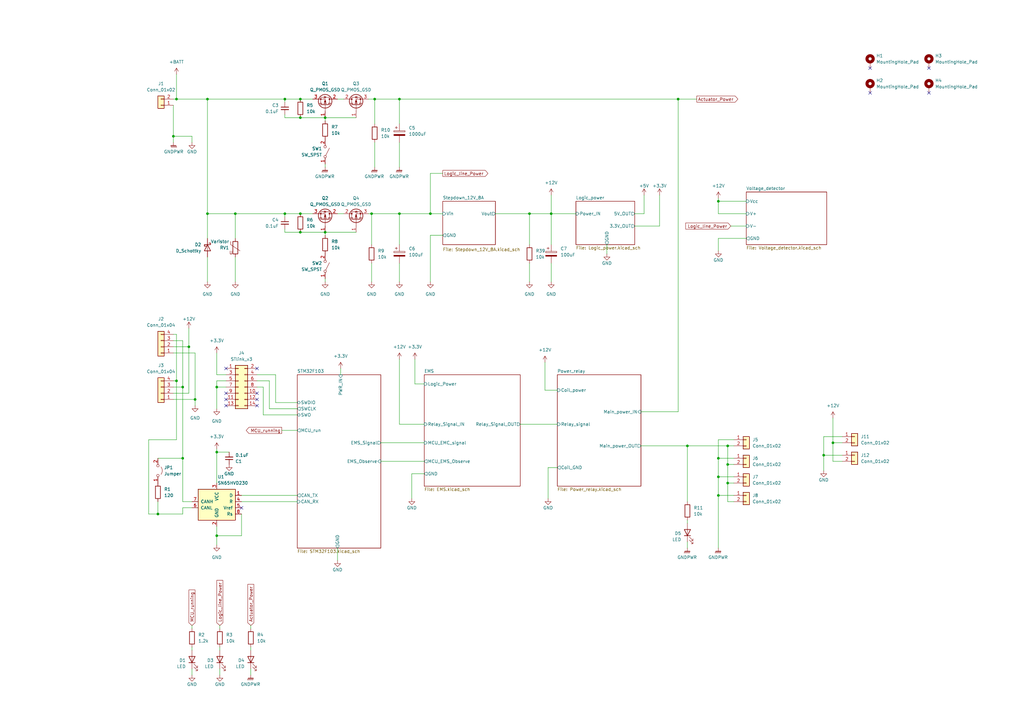
<source format=kicad_sch>
(kicad_sch (version 20230121) (generator eeschema)
  (paper "A3")
  (lib_symbols
    (symbol "Connector_Generic:Conn_01x02" (pin_names (offset 1.016) hide)
      (property "Reference" "J" (at 0 2.54 0))
      (property "Value" "Conn_01x02" (at 0 -5.08 0))
      (symbol "Conn_01x02_1_1"
        (rectangle (start -1.27 -2.413) (end 0 -2.667) (stroke (width 0.1524)))
        (rectangle (start -1.27 0.127) (end 0 -0.127) (stroke (width 0.1524)))
        (rectangle (start -1.27 1.27) (end 1.27 -3.81) (stroke (width 0.254)) (fill (type background)))
        (pin passive line (at -5.08 0 0) (length 3.81) (name "Pin_1") (number "1"))
        (pin passive line (at -5.08 -2.54 0) (length 3.81) (name "Pin_2") (number "2"))
      )
    )
    (symbol "Connector_Generic:Conn_01x04" (pin_names (offset 1.016) hide)
      (property "Reference" "J" (at 0 5.08 0))
      (property "Value" "Conn_01x04" (at 0 -7.62 0))
      (symbol "Conn_01x04_1_1"
        (rectangle (start -1.27 -4.953) (end 0 -5.207) (stroke (width 0.1524)))
        (rectangle (start -1.27 -2.413) (end 0 -2.667) (stroke (width 0.1524)))
        (rectangle (start -1.27 0.127) (end 0 -0.127) (stroke (width 0.1524)))
        (rectangle (start -1.27 2.667) (end 0 2.413) (stroke (width 0.1524)))
        (rectangle (start -1.27 3.81) (end 1.27 -6.35) (stroke (width 0.254)) (fill (type background)))
        (pin passive line (at -5.08 2.54 0) (length 3.81) (name "Pin_1") (number "1"))
        (pin passive line (at -5.08 0 0) (length 3.81) (name "Pin_2") (number "2"))
        (pin passive line (at -5.08 -2.54 0) (length 3.81) (name "Pin_3") (number "3"))
        (pin passive line (at -5.08 -5.08 0) (length 3.81) (name "Pin_4") (number "4"))
      )
    )
    (symbol "Connector_Generic:Conn_02x07_Odd_Even" (pin_names (offset 1.016) hide)
      (property "Reference" "J" (at 1.27 10.16 0))
      (property "Value" "Conn_02x07_Odd_Even" (at 1.27 -10.16 0))
      (symbol "Conn_02x07_Odd_Even_1_1"
        (rectangle (start -1.27 -7.493) (end 0 -7.747) (stroke (width 0.1524)))
        (rectangle (start -1.27 -4.953) (end 0 -5.207) (stroke (width 0.1524)))
        (rectangle (start -1.27 -2.413) (end 0 -2.667) (stroke (width 0.1524)))
        (rectangle (start -1.27 0.127) (end 0 -0.127) (stroke (width 0.1524)))
        (rectangle (start -1.27 2.667) (end 0 2.413) (stroke (width 0.1524)))
        (rectangle (start -1.27 5.207) (end 0 4.953) (stroke (width 0.1524)))
        (rectangle (start -1.27 7.747) (end 0 7.493) (stroke (width 0.1524)))
        (rectangle (start -1.27 8.89) (end 3.81 -8.89) (stroke (width 0.254)) (fill (type background)))
        (rectangle (start 3.81 -7.493) (end 2.54 -7.747) (stroke (width 0.1524)))
        (rectangle (start 3.81 -4.953) (end 2.54 -5.207) (stroke (width 0.1524)))
        (rectangle (start 3.81 -2.413) (end 2.54 -2.667) (stroke (width 0.1524)))
        (rectangle (start 3.81 0.127) (end 2.54 -0.127) (stroke (width 0.1524)))
        (rectangle (start 3.81 2.667) (end 2.54 2.413) (stroke (width 0.1524)))
        (rectangle (start 3.81 5.207) (end 2.54 4.953) (stroke (width 0.1524)))
        (rectangle (start 3.81 7.747) (end 2.54 7.493) (stroke (width 0.1524)))
        (pin passive line (at -5.08 7.62 0) (length 3.81) (name "Pin_1") (number "1"))
        (pin passive line (at 7.62 -2.54 180) (length 3.81) (name "Pin_10") (number "10"))
        (pin passive line (at -5.08 -5.08 0) (length 3.81) (name "Pin_11") (number "11"))
        (pin passive line (at 7.62 -5.08 180) (length 3.81) (name "Pin_12") (number "12"))
        (pin passive line (at -5.08 -7.62 0) (length 3.81) (name "Pin_13") (number "13"))
        (pin passive line (at 7.62 -7.62 180) (length 3.81) (name "Pin_14") (number "14"))
        (pin passive line (at 7.62 7.62 180) (length 3.81) (name "Pin_2") (number "2"))
        (pin passive line (at -5.08 5.08 0) (length 3.81) (name "Pin_3") (number "3"))
        (pin passive line (at 7.62 5.08 180) (length 3.81) (name "Pin_4") (number "4"))
        (pin passive line (at -5.08 2.54 0) (length 3.81) (name "Pin_5") (number "5"))
        (pin passive line (at 7.62 2.54 180) (length 3.81) (name "Pin_6") (number "6"))
        (pin passive line (at -5.08 0 0) (length 3.81) (name "Pin_7") (number "7"))
        (pin passive line (at 7.62 0 180) (length 3.81) (name "Pin_8") (number "8"))
        (pin passive line (at -5.08 -2.54 0) (length 3.81) (name "Pin_9") (number "9"))
      )
    )
    (symbol "Device:C_Polarized" (pin_numbers hide) (pin_names (offset 0.254))
      (property "Reference" "C" (at 0.635 2.54 0))
      (property "Value" "C_Polarized" (at 0.635 -2.54 0))
      (symbol "C_Polarized_0_1"
        (rectangle (start -2.286 0.508) (end 2.286 1.016))
        (polyline (pts (xy -1.778 2.286) (xy -0.762 2.286)))
        (polyline (pts (xy -1.27 2.794) (xy -1.27 1.778)))
        (rectangle (start 2.286 -0.508) (end -2.286 -1.016) (fill (type outline)))
      )
      (symbol "C_Polarized_1_1"
        (pin passive line (at 0 3.81 270) (length 2.794) (name "~") (number "1"))
        (pin passive line (at 0 -3.81 90) (length 2.794) (name "~") (number "2"))
      )
    )
    (symbol "Device:C_Small" (pin_numbers hide) (pin_names (offset 0.254) hide)
      (property "Reference" "C" (at 0.254 1.778 0))
      (property "Value" "C_Small" (at 0.254 -2.032 0))
      (symbol "C_Small_0_1"
        (polyline (pts (xy -1.524 -0.508) (xy 1.524 -0.508)) (stroke (width 0.3302)))
        (polyline (pts (xy -1.524 0.508) (xy 1.524 0.508)) (stroke (width 0.3048)))
      )
      (symbol "C_Small_1_1"
        (pin passive line (at 0 2.54 270) (length 2.032) (name "~") (number "1"))
        (pin passive line (at 0 -2.54 90) (length 2.032) (name "~") (number "2"))
      )
    )
    (symbol "Device:D_Schottky" (pin_numbers hide) (pin_names (offset 1.016) hide)
      (property "Reference" "D" (at 0 2.54 0))
      (property "Value" "D_Schottky" (at 0 -2.54 0))
      (symbol "D_Schottky_0_1"
        (polyline (pts (xy 1.27 0) (xy -1.27 0)))
        (polyline (pts (xy 1.27 1.27) (xy 1.27 -1.27) (xy -1.27 0) (xy 1.27 1.27)) (stroke (width 0.254)))
        (polyline (pts (xy -1.905 0.635) (xy -1.905 1.27) (xy -1.27 1.27) (xy -1.27 -1.27) (xy -0.635 -1.27) (xy -0.635 -0.635)) (stroke (width 0.254)))
      )
      (symbol "D_Schottky_1_1"
        (pin passive line (at -3.81 0 0) (length 2.54) (name "K") (number "1"))
        (pin passive line (at 3.81 0 180) (length 2.54) (name "A") (number "2"))
      )
    )
    (symbol "Device:LED" (pin_numbers hide) (pin_names (offset 1.016) hide)
      (property "Reference" "D" (at 0 2.54 0))
      (property "Value" "LED" (at 0 -2.54 0))
      (symbol "LED_0_1"
        (polyline (pts (xy -1.27 -1.27) (xy -1.27 1.27)) (stroke (width 0.254)))
        (polyline (pts (xy -1.27 0) (xy 1.27 0)))
        (polyline (pts (xy 1.27 -1.27) (xy 1.27 1.27) (xy -1.27 0) (xy 1.27 -1.27)) (stroke (width 0.254)))
        (polyline (pts (xy -3.048 -0.762) (xy -4.572 -2.286) (xy -3.81 -2.286) (xy -4.572 -2.286) (xy -4.572 -1.524)))
        (polyline (pts (xy -1.778 -0.762) (xy -3.302 -2.286) (xy -2.54 -2.286) (xy -3.302 -2.286) (xy -3.302 -1.524)))
      )
      (symbol "LED_1_1"
        (pin passive line (at -3.81 0 0) (length 2.54) (name "K") (number "1"))
        (pin passive line (at 3.81 0 180) (length 2.54) (name "A") (number "2"))
      )
    )
    (symbol "Device:Q_PMOS_GDS" (pin_names (offset 0) hide)
      (property "Reference" "Q" (at 5.08 1.27 0))
      (property "Value" "Q_PMOS_GDS" (at 5.08 -1.27 0))
      (symbol "Q_PMOS_GDS_0_1"
        (polyline (pts (xy 0.254 0) (xy -2.54 0)))
        (polyline (pts (xy 0.254 1.905) (xy 0.254 -1.905)) (stroke (width 0.254)))
        (polyline (pts (xy 0.762 -1.27) (xy 0.762 -2.286)) (stroke (width 0.254)))
        (polyline (pts (xy 0.762 0.508) (xy 0.762 -0.508)) (stroke (width 0.254)))
        (polyline (pts (xy 0.762 2.286) (xy 0.762 1.27)) (stroke (width 0.254)))
        (polyline (pts (xy 2.54 2.54) (xy 2.54 1.778)))
        (polyline (pts (xy 2.54 -2.54) (xy 2.54 0) (xy 0.762 0)))
        (polyline (pts (xy 0.762 1.778) (xy 3.302 1.778) (xy 3.302 -1.778) (xy 0.762 -1.778)))
        (polyline (pts (xy 2.286 0) (xy 1.27 0.381) (xy 1.27 -0.381) (xy 2.286 0)) (fill (type outline)))
        (polyline (pts (xy 2.794 -0.508) (xy 2.921 -0.381) (xy 3.683 -0.381) (xy 3.81 -0.254)))
        (polyline (pts (xy 3.302 -0.381) (xy 2.921 0.254) (xy 3.683 0.254) (xy 3.302 -0.381)))
        (circle (center 1.651 0) (radius 2.794) (stroke (width 0.254)))
        (circle (center 2.54 -1.778) (radius 0.254) (fill (type outline)))
        (circle (center 2.54 1.778) (radius 0.254) (fill (type outline)))
      )
      (symbol "Q_PMOS_GDS_1_1"
        (pin input line (at -5.08 0 0) (length 2.54) (name "G") (number "1"))
        (pin passive line (at 2.54 5.08 270) (length 2.54) (name "D") (number "2"))
        (pin passive line (at 2.54 -5.08 90) (length 2.54) (name "S") (number "3"))
      )
    )
    (symbol "Device:R" (pin_numbers hide) (pin_names (offset 0))
      (property "Reference" "R" (at 2.032 0 90))
      (property "Value" "R" (at 0 0 90))
      (symbol "R_0_1"
        (rectangle (start -1.016 -2.54) (end 1.016 2.54) (stroke (width 0.254)))
      )
      (symbol "R_1_1"
        (pin passive line (at 0 3.81 270) (length 1.27) (name "~") (number "1"))
        (pin passive line (at 0 -3.81 90) (length 1.27) (name "~") (number "2"))
      )
    )
    (symbol "Device:Varistor" (pin_numbers hide) (pin_names (offset 0))
      (property "Reference" "RV" (at 3.175 0 90))
      (property "Value" "Varistor" (at -3.175 0 90))
      (symbol "Varistor_0_0"
        (text "U" (at -1.778 -2.032 0) (effects (font (size 1.27 1.27))))
      )
      (symbol "Varistor_0_1"
        (rectangle (start -1.016 -2.54) (end 1.016 2.54) (stroke (width 0.254)))
        (polyline (pts (xy -1.905 2.54) (xy -1.905 1.27) (xy 1.905 -1.27)))
      )
      (symbol "Varistor_1_1"
        (pin passive line (at 0 3.81 270) (length 1.27) (name "~") (number "1"))
        (pin passive line (at 0 -3.81 90) (length 1.27) (name "~") (number "2"))
      )
    )
    (symbol "Interface_CAN_LIN:SN65HVD230" (pin_names (offset 1.016))
      (property "Reference" "U" (at -2.54 10.16 0))
      (property "Value" "SN65HVD230" (at -2.54 7.62 0))
      (symbol "SN65HVD230_0_1"
        (rectangle (start -7.62 5.08) (end 7.62 -7.62) (stroke (width 0.254)) (fill (type background)))
      )
      (symbol "SN65HVD230_1_1"
        (pin input line (at -10.16 2.54 0) (length 2.54) (name "D") (number "1"))
        (pin power_in line (at 0 -10.16 90) (length 2.54) (name "GND") (number "2"))
        (pin power_in line (at 0 7.62 270) (length 2.54) (name "VCC") (number "3"))
        (pin output line (at -10.16 0 0) (length 2.54) (name "R") (number "4"))
        (pin output line (at -10.16 -2.54 0) (length 2.54) (name "Vref") (number "5"))
        (pin bidirectional line (at 10.16 -2.54 180) (length 2.54) (name "CANL") (number "6"))
        (pin bidirectional line (at 10.16 0 180) (length 2.54) (name "CANH") (number "7"))
        (pin input line (at -10.16 -5.08 0) (length 2.54) (name "Rs") (number "8"))
      )
    )
    (symbol "Jumper:Jumper_2_Open" (pin_names (offset 0) hide)
      (property "Reference" "JP" (at 0 2.794 0))
      (property "Value" "Jumper_2_Open" (at 0 -2.286 0))
      (symbol "Jumper_2_Open_0_0"
        (circle (center -2.032 0) (radius 0.508))
        (circle (center 2.032 0) (radius 0.508))
      )
      (symbol "Jumper_2_Open_0_1"
        (arc (start 1.524 1.27) (mid 0 1.778) (end -1.524 1.27))
      )
      (symbol "Jumper_2_Open_1_1"
        (pin passive line (at -5.08 0 0) (length 2.54) (name "A") (number "1"))
        (pin passive line (at 5.08 0 180) (length 2.54) (name "B") (number "2"))
      )
    )
    (symbol "Mechanical:MountingHole_Pad" (pin_numbers hide) (pin_names (offset 1.016) hide)
      (property "Reference" "H" (at 0 6.35 0))
      (property "Value" "MountingHole_Pad" (at 0 4.445 0))
      (symbol "MountingHole_Pad_0_1"
        (circle (center 0 1.27) (radius 1.27) (stroke (width 1.27)))
      )
      (symbol "MountingHole_Pad_1_1"
        (pin input line (at 0 -2.54 90) (length 2.54) (name "1") (number "1"))
      )
    )
    (symbol "Switch:SW_SPST" (pin_names (offset 0) hide)
      (property "Reference" "SW" (at 0 3.175 0))
      (property "Value" "SW_SPST" (at 0 -2.54 0))
      (symbol "SW_SPST_0_0"
        (circle (center -2.032 0) (radius 0.508))
        (polyline (pts (xy -1.524 0.254) (xy 1.524 1.778)))
        (circle (center 2.032 0) (radius 0.508))
      )
      (symbol "SW_SPST_1_1"
        (pin passive line (at -5.08 0 0) (length 2.54) (name "A") (number "1"))
        (pin passive line (at 5.08 0 180) (length 2.54) (name "B") (number "2"))
      )
    )
    (symbol "power:+12V" (power) (pin_names (offset 0))
      (property "Value" "+12V" (at 0 3.556 0))
      (symbol "+12V_0_1"
        (polyline (pts (xy -0.762 1.27) (xy 0 2.54)))
        (polyline (pts (xy 0 0) (xy 0 2.54)))
        (polyline (pts (xy 0 2.54) (xy 0.762 1.27)))
      )
      (symbol "+12V_1_1"
        (pin power_in line (at 0 0 90) (length 0) hide (name "+12V") (number "1"))
      )
    )
    (symbol "power:+3.3V" (power) (pin_names (offset 0))
      (property "Value" "+3.3V" (at 0 3.556 0))
      (symbol "+3.3V_0_1"
        (polyline (pts (xy -0.762 1.27) (xy 0 2.54)))
        (polyline (pts (xy 0 0) (xy 0 2.54)))
        (polyline (pts (xy 0 2.54) (xy 0.762 1.27)))
      )
      (symbol "+3.3V_1_1"
        (pin power_in line (at 0 0 90) (length 0) hide (name "+3.3V") (number "1"))
      )
    )
    (symbol "power:+5V" (power) (pin_names (offset 0))
      (property "Value" "+5V" (at 0 3.556 0))
      (symbol "+5V_0_1"
        (polyline (pts (xy -0.762 1.27) (xy 0 2.54)))
        (polyline (pts (xy 0 0) (xy 0 2.54)))
        (polyline (pts (xy 0 2.54) (xy 0.762 1.27)))
      )
      (symbol "+5V_1_1"
        (pin power_in line (at 0 0 90) (length 0) hide (name "+5V") (number "1"))
      )
    )
    (symbol "power:+BATT" (power) (pin_names (offset 0))
      (property "Value" "+BATT" (at 0 3.556 0))
      (symbol "+BATT_0_1"
        (polyline (pts (xy -0.762 1.27) (xy 0 2.54)))
        (polyline (pts (xy 0 0) (xy 0 2.54)))
        (polyline (pts (xy 0 2.54) (xy 0.762 1.27)))
      )
      (symbol "+BATT_1_1"
        (pin power_in line (at 0 0 90) (length 0) hide (name "+BATT") (number "1"))
      )
    )
    (symbol "power:GND" (power) (pin_names (offset 0))
      (property "Value" "GND" (at 0 -3.81 0))
      (symbol "GND_0_1"
        (polyline (pts (xy 0 0) (xy 0 -1.27) (xy 1.27 -1.27) (xy 0 -2.54) (xy -1.27 -1.27) (xy 0 -1.27)))
      )
      (symbol "GND_1_1"
        (pin power_in line (at 0 0 270) (length 0) hide (name "GND") (number "1"))
      )
    )
    (symbol "power:GNDPWR" (power) (pin_names (offset 0))
      (property "Value" "GNDPWR" (at 0 -3.302 0))
      (symbol "GNDPWR_0_1"
        (polyline (pts (xy 0 -1.27) (xy 0 0)))
        (polyline (pts (xy -1.016 -1.27) (xy -1.27 -2.032) (xy -1.27 -2.032)) (stroke (width 0.2032)))
        (polyline (pts (xy -0.508 -1.27) (xy -0.762 -2.032) (xy -0.762 -2.032)) (stroke (width 0.2032)))
        (polyline (pts (xy 0 -1.27) (xy -0.254 -2.032) (xy -0.254 -2.032)) (stroke (width 0.2032)))
        (polyline (pts (xy 0.508 -1.27) (xy 0.254 -2.032) (xy 0.254 -2.032)) (stroke (width 0.2032)))
        (polyline (pts (xy 1.016 -1.27) (xy -1.016 -1.27) (xy -1.016 -1.27)) (stroke (width 0.2032)))
        (polyline (pts (xy 1.016 -1.27) (xy 0.762 -2.032) (xy 0.762 -2.032) (xy 0.762 -2.032)) (stroke (width 0.2032)))
      )
      (symbol "GNDPWR_1_1"
        (pin power_in line (at 0 0 270) (length 0) hide (name "GNDPWR") (number "1"))
      )
    )
  )
  (junction (at 123.19 95.25))
  (junction (at 153.67 40.64))
  (junction (at 72.39 156.21))
  (junction (at 123.19 87.63))
  (junction (at 281.94 182.88))
  (junction (at 133.35 48.26))
  (junction (at 80.01 163.83))
  (junction (at 226.06 87.63))
  (junction (at 163.83 87.63))
  (junction (at 152.4 87.63))
  (junction (at 341.63 181.61))
  (junction (at 176.53 87.63))
  (junction (at 123.19 40.64))
  (junction (at 74.93 158.75))
  (junction (at 85.09 87.63))
  (junction (at 88.9 185.42))
  (junction (at 96.52 87.63))
  (junction (at 71.12 55.88))
  (junction (at 74.93 187.96))
  (junction (at 217.17 87.63))
  (junction (at 298.45 182.88))
  (junction (at 116.84 40.64))
  (junction (at 298.45 190.5))
  (junction (at 72.39 40.64))
  (junction (at 294.64 82.55))
  (junction (at 294.64 195.58))
  (junction (at 88.9 219.71))
  (junction (at 123.19 48.26))
  (junction (at 116.84 87.63))
  (junction (at 77.47 142.24))
  (junction (at 337.82 186.69))
  (junction (at 298.45 198.12))
  (junction (at 133.35 95.25))
  (junction (at 88.9 158.75))
  (junction (at 294.64 203.2))
  (junction (at 163.83 40.64))
  (junction (at 294.64 187.96))
  (junction (at 85.09 40.64))
  (junction (at 64.77 210.82))
  (junction (at 278.13 40.64))
  (no_connect (at 92.71 151.13))
  (no_connect (at 99.06 208.28))
  (no_connect (at 105.41 161.29))
  (no_connect (at 92.71 166.37))
  (no_connect (at 105.41 151.13))
  (no_connect (at 92.71 161.29))
  (no_connect (at 356.87 38.1))
  (no_connect (at 381 27.94))
  (no_connect (at 381 38.1))
  (no_connect (at 92.71 163.83))
  (no_connect (at 105.41 163.83))
  (no_connect (at 356.87 27.94))
  (no_connect (at 105.41 166.37))
  (wire (pts (xy 116.84 48.26) (xy 123.19 48.26)))
  (wire (pts (xy 107.95 170.18) (xy 121.92 170.18)))
  (wire (pts (xy 133.35 48.26) (xy 146.05 48.26)))
  (wire (pts (xy 78.74 256.54) (xy 78.74 257.81)))
  (wire (pts (xy 337.82 179.07) (xy 345.44 179.07)))
  (wire (pts (xy 74.93 158.75) (xy 74.93 187.96)))
  (wire (pts (xy 281.94 182.88) (xy 281.94 205.74)))
  (wire (pts (xy 176.53 96.52) (xy 176.53 115.57)))
  (wire (pts (xy 60.96 180.34) (xy 72.39 180.34)))
  (wire (pts (xy 299.72 92.71) (xy 306.07 92.71)))
  (wire (pts (xy 99.06 210.82) (xy 99.06 219.71)))
  (wire (pts (xy 72.39 40.64) (xy 85.09 40.64)))
  (wire (pts (xy 64.77 210.82) (xy 74.93 210.82)))
  (wire (pts (xy 138.43 40.64) (xy 140.97 40.64)))
  (wire (pts (xy 133.35 114.3) (xy 133.35 115.57)))
  (wire (pts (xy 64.77 210.82) (xy 64.77 205.74)))
  (wire (pts (xy 294.64 81.28) (xy 294.64 82.55)))
  (wire (pts (xy 102.87 256.54) (xy 102.87 257.81)))
  (wire (pts (xy 294.64 195.58) (xy 300.99 195.58)))
  (wire (pts (xy 116.84 46.99) (xy 116.84 48.26)))
  (wire (pts (xy 99.06 203.2) (xy 121.92 203.2)))
  (wire (pts (xy 88.9 185.42) (xy 93.98 185.42)))
  (wire (pts (xy 71.12 142.24) (xy 77.47 142.24)))
  (wire (pts (xy 123.19 87.63) (xy 128.27 87.63)))
  (wire (pts (xy 163.83 40.64) (xy 278.13 40.64)))
  (wire (pts (xy 341.63 189.23) (xy 341.63 181.61)))
  (wire (pts (xy 107.95 158.75) (xy 107.95 170.18)))
  (wire (pts (xy 298.45 198.12) (xy 300.99 198.12)))
  (wire (pts (xy 341.63 181.61) (xy 345.44 181.61)))
  (wire (pts (xy 115.57 176.53) (xy 121.92 176.53)))
  (wire (pts (xy 72.39 30.48) (xy 72.39 40.64)))
  (wire (pts (xy 99.06 219.71) (xy 88.9 219.71)))
  (wire (pts (xy 77.47 142.24) (xy 77.47 161.29)))
  (wire (pts (xy 181.61 71.12) (xy 176.53 71.12)))
  (wire (pts (xy 78.74 274.32) (xy 78.74 276.86)))
  (wire (pts (xy 173.99 157.48) (xy 170.18 157.48)))
  (wire (pts (xy 71.12 43.18) (xy 71.12 55.88)))
  (wire (pts (xy 298.45 190.5) (xy 298.45 198.12)))
  (wire (pts (xy 294.64 97.79) (xy 294.64 102.87)))
  (wire (pts (xy 270.51 92.71) (xy 260.35 92.71)))
  (wire (pts (xy 138.43 87.63) (xy 140.97 87.63)))
  (wire (pts (xy 110.49 156.21) (xy 110.49 167.64)))
  (wire (pts (xy 294.64 187.96) (xy 294.64 195.58)))
  (wire (pts (xy 153.67 68.58) (xy 153.67 58.42)))
  (wire (pts (xy 74.93 187.96) (xy 64.77 187.96)))
  (wire (pts (xy 71.12 144.78) (xy 80.01 144.78)))
  (wire (pts (xy 102.87 274.32) (xy 102.87 276.86)))
  (wire (pts (xy 223.52 148.59) (xy 223.52 160.02)))
  (wire (pts (xy 176.53 87.63) (xy 181.61 87.63)))
  (wire (pts (xy 153.67 40.64) (xy 153.67 50.8)))
  (wire (pts (xy 226.06 80.01) (xy 226.06 87.63)))
  (wire (pts (xy 217.17 107.95) (xy 217.17 115.57)))
  (wire (pts (xy 228.6 191.77) (xy 224.79 191.77)))
  (wire (pts (xy 116.84 40.64) (xy 123.19 40.64)))
  (wire (pts (xy 298.45 198.12) (xy 298.45 205.74)))
  (wire (pts (xy 74.93 205.74) (xy 78.74 205.74)))
  (wire (pts (xy 78.74 265.43) (xy 78.74 266.7)))
  (wire (pts (xy 116.84 41.91) (xy 116.84 40.64)))
  (wire (pts (xy 85.09 87.63) (xy 96.52 87.63)))
  (wire (pts (xy 116.84 87.63) (xy 123.19 87.63)))
  (wire (pts (xy 85.09 40.64) (xy 116.84 40.64)))
  (wire (pts (xy 170.18 147.32) (xy 170.18 157.48)))
  (wire (pts (xy 173.99 194.31) (xy 168.91 194.31)))
  (wire (pts (xy 72.39 40.64) (xy 71.12 40.64)))
  (wire (pts (xy 294.64 87.63) (xy 306.07 87.63)))
  (wire (pts (xy 92.71 156.21) (xy 88.9 156.21)))
  (wire (pts (xy 72.39 156.21) (xy 71.12 156.21)))
  (wire (pts (xy 80.01 163.83) (xy 80.01 166.37)))
  (wire (pts (xy 123.19 40.64) (xy 128.27 40.64)))
  (wire (pts (xy 71.12 158.75) (xy 74.93 158.75)))
  (wire (pts (xy 116.84 88.9) (xy 116.84 87.63)))
  (wire (pts (xy 337.82 193.04) (xy 337.82 186.69)))
  (wire (pts (xy 152.4 100.33) (xy 152.4 87.63)))
  (wire (pts (xy 96.52 87.63) (xy 96.52 97.79)))
  (wire (pts (xy 116.84 95.25) (xy 123.19 95.25)))
  (wire (pts (xy 88.9 223.52) (xy 88.9 219.71)))
  (wire (pts (xy 96.52 87.63) (xy 116.84 87.63)))
  (wire (pts (xy 110.49 156.21) (xy 105.41 156.21)))
  (wire (pts (xy 294.64 203.2) (xy 300.99 203.2)))
  (wire (pts (xy 88.9 156.21) (xy 88.9 158.75)))
  (wire (pts (xy 163.83 107.95) (xy 163.83 115.57)))
  (wire (pts (xy 105.41 158.75) (xy 107.95 158.75)))
  (wire (pts (xy 163.83 87.63) (xy 176.53 87.63)))
  (wire (pts (xy 90.17 274.32) (xy 90.17 276.86)))
  (wire (pts (xy 71.12 58.42) (xy 71.12 55.88)))
  (wire (pts (xy 228.6 160.02) (xy 223.52 160.02)))
  (wire (pts (xy 152.4 107.95) (xy 152.4 115.57)))
  (wire (pts (xy 163.83 50.8) (xy 163.83 40.64)))
  (wire (pts (xy 85.09 97.79) (xy 85.09 87.63)))
  (wire (pts (xy 203.2 87.63) (xy 217.17 87.63)))
  (wire (pts (xy 102.87 265.43) (xy 102.87 266.7)))
  (wire (pts (xy 298.45 182.88) (xy 300.99 182.88)))
  (wire (pts (xy 138.43 224.79) (xy 138.43 229.87)))
  (wire (pts (xy 85.09 115.57) (xy 85.09 105.41)))
  (wire (pts (xy 133.35 48.26) (xy 133.35 49.53)))
  (wire (pts (xy 298.45 205.74) (xy 300.99 205.74)))
  (wire (pts (xy 300.99 180.34) (xy 294.64 180.34)))
  (wire (pts (xy 281.94 182.88) (xy 298.45 182.88)))
  (wire (pts (xy 281.94 213.36) (xy 281.94 214.63)))
  (wire (pts (xy 116.84 93.98) (xy 116.84 95.25)))
  (wire (pts (xy 285.75 40.64) (xy 278.13 40.64)))
  (wire (pts (xy 163.83 87.63) (xy 163.83 100.33)))
  (wire (pts (xy 298.45 190.5) (xy 300.99 190.5)))
  (wire (pts (xy 71.12 163.83) (xy 80.01 163.83)))
  (wire (pts (xy 113.03 165.1) (xy 113.03 153.67)))
  (wire (pts (xy 181.61 96.52) (xy 176.53 96.52)))
  (wire (pts (xy 71.12 137.16) (xy 72.39 137.16)))
  (wire (pts (xy 337.82 186.69) (xy 345.44 186.69)))
  (wire (pts (xy 90.17 256.54) (xy 90.17 257.81)))
  (wire (pts (xy 123.19 48.26) (xy 133.35 48.26)))
  (wire (pts (xy 163.83 147.32) (xy 163.83 173.99)))
  (wire (pts (xy 151.13 87.63) (xy 152.4 87.63)))
  (wire (pts (xy 90.17 265.43) (xy 90.17 266.7)))
  (wire (pts (xy 156.21 189.23) (xy 173.99 189.23)))
  (wire (pts (xy 156.21 181.61) (xy 173.99 181.61)))
  (wire (pts (xy 88.9 144.78) (xy 88.9 153.67)))
  (wire (pts (xy 341.63 171.45) (xy 341.63 181.61)))
  (wire (pts (xy 264.16 87.63) (xy 260.35 87.63)))
  (wire (pts (xy 151.13 40.64) (xy 153.67 40.64)))
  (wire (pts (xy 72.39 137.16) (xy 72.39 156.21)))
  (wire (pts (xy 85.09 87.63) (xy 85.09 40.64)))
  (wire (pts (xy 153.67 40.64) (xy 163.83 40.64)))
  (wire (pts (xy 88.9 215.9) (xy 88.9 219.71)))
  (wire (pts (xy 92.71 153.67) (xy 88.9 153.67)))
  (wire (pts (xy 133.35 95.25) (xy 146.05 95.25)))
  (wire (pts (xy 92.71 158.75) (xy 88.9 158.75)))
  (wire (pts (xy 278.13 40.64) (xy 278.13 168.91)))
  (wire (pts (xy 294.64 82.55) (xy 306.07 82.55)))
  (wire (pts (xy 294.64 180.34) (xy 294.64 187.96)))
  (wire (pts (xy 294.64 195.58) (xy 294.64 203.2)))
  (wire (pts (xy 294.64 203.2) (xy 294.64 224.79)))
  (wire (pts (xy 74.93 205.74) (xy 74.93 187.96)))
  (wire (pts (xy 123.19 95.25) (xy 133.35 95.25)))
  (wire (pts (xy 133.35 67.31) (xy 133.35 68.58)))
  (wire (pts (xy 294.64 82.55) (xy 294.64 87.63)))
  (wire (pts (xy 71.12 161.29) (xy 77.47 161.29)))
  (wire (pts (xy 113.03 153.67) (xy 105.41 153.67)))
  (wire (pts (xy 264.16 80.01) (xy 264.16 87.63)))
  (wire (pts (xy 64.77 210.82) (xy 60.96 210.82)))
  (wire (pts (xy 163.83 68.58) (xy 163.83 58.42)))
  (wire (pts (xy 74.93 139.7) (xy 74.93 158.75)))
  (wire (pts (xy 278.13 168.91) (xy 262.89 168.91)))
  (wire (pts (xy 99.06 205.74) (xy 121.92 205.74)))
  (wire (pts (xy 133.35 95.25) (xy 133.35 96.52)))
  (wire (pts (xy 139.7 151.13) (xy 139.7 153.67)))
  (wire (pts (xy 72.39 180.34) (xy 72.39 156.21)))
  (wire (pts (xy 281.94 222.25) (xy 281.94 224.79)))
  (wire (pts (xy 213.36 173.99) (xy 228.6 173.99)))
  (wire (pts (xy 88.9 158.75) (xy 88.9 167.64)))
  (wire (pts (xy 298.45 182.88) (xy 298.45 190.5)))
  (wire (pts (xy 88.9 185.42) (xy 88.9 198.12)))
  (wire (pts (xy 110.49 167.64) (xy 121.92 167.64)))
  (wire (pts (xy 270.51 80.01) (xy 270.51 92.71)))
  (wire (pts (xy 71.12 139.7) (xy 74.93 139.7)))
  (wire (pts (xy 226.06 87.63) (xy 226.06 100.33)))
  (wire (pts (xy 345.44 189.23) (xy 341.63 189.23)))
  (wire (pts (xy 217.17 87.63) (xy 226.06 87.63)))
  (wire (pts (xy 262.89 182.88) (xy 281.94 182.88)))
  (wire (pts (xy 88.9 184.15) (xy 88.9 185.42)))
  (wire (pts (xy 152.4 87.63) (xy 163.83 87.63)))
  (wire (pts (xy 226.06 87.63) (xy 236.22 87.63)))
  (wire (pts (xy 113.03 165.1) (xy 121.92 165.1)))
  (wire (pts (xy 294.64 187.96) (xy 300.99 187.96)))
  (wire (pts (xy 78.74 55.88) (xy 78.74 58.42)))
  (wire (pts (xy 80.01 144.78) (xy 80.01 163.83)))
  (wire (pts (xy 77.47 134.62) (xy 77.47 142.24)))
  (wire (pts (xy 60.96 210.82) (xy 60.96 180.34)))
  (wire (pts (xy 306.07 97.79) (xy 294.64 97.79)))
  (wire (pts (xy 217.17 87.63) (xy 217.17 100.33)))
  (wire (pts (xy 337.82 186.69) (xy 337.82 179.07)))
  (wire (pts (xy 71.12 55.88) (xy 78.74 55.88)))
  (wire (pts (xy 96.52 105.41) (xy 96.52 115.57)))
  (wire (pts (xy 168.91 194.31) (xy 168.91 204.47)))
  (wire (pts (xy 74.93 208.28) (xy 78.74 208.28)))
  (wire (pts (xy 248.92 100.33) (xy 248.92 104.14)))
  (wire (pts (xy 226.06 107.95) (xy 226.06 115.57)))
  (wire (pts (xy 74.93 210.82) (xy 74.93 208.28)))
  (wire (pts (xy 173.99 173.99) (xy 163.83 173.99)))
  (wire (pts (xy 224.79 191.77) (xy 224.79 204.47)))
  (wire (pts (xy 176.53 71.12) (xy 176.53 87.63)))
  (global_label "Logic_line_Power" (shape output) (at 181.61 71.12 0) (property "Intersheetrefs" "${INTERSHEET_REFS}" (effects hide)))
  (global_label "Logic_line_Power" (shape input) (at 299.72 92.71 180) (property "Intersheetrefs" "${INTERSHEET_REFS}" (effects hide)))
  (global_label "Actuator_Power" (shape output) (at 285.75 40.64 0) (property "Intersheetrefs" "${INTERSHEET_REFS}" (effects hide)))
  (global_label "MCU_running" (shape input) (at 78.74 256.54 90) (property "Intersheetrefs" "${INTERSHEET_REFS}" (effects hide)))
  (global_label "Actuator_Power" (shape input) (at 102.87 256.54 90) (property "Intersheetrefs" "${INTERSHEET_REFS}" (effects hide)))
  (global_label "Logic_line_Power" (shape input) (at 90.17 256.54 90) (property "Intersheetrefs" "${INTERSHEET_REFS}" (effects hide)))
  (global_label "MCU_running" (shape output) (at 115.57 176.53 180) (property "Intersheetrefs" "${INTERSHEET_REFS}" (effects hide)))
  (symbol (lib_id "Device:R") (at 123.19 44.45 0) (mirror y) (unit 1)
    (property "Reference" "R5" (at 125.73 43.18 0) (effects (justify right)))
    (property "Value" "10k" (at 125.73 45.72 0) (effects (justify right)))
    (property "Footprint" "Resistor_SMD:R_0402_1005Metric" (effects hide))
    (property "LCSC" "C25744" (effects hide))
  )
  (symbol (lib_id "power:GND") (at 88.9 167.64 0) (unit 1)
    (property "Reference" "#PWR09" (effects hide))
    (property "Value" "GND" (at 88.9 172.72 0))
  )
  (symbol (lib_id "power:GND") (at 78.74 58.42 0) (mirror y) (unit 1)
    (property "Reference" "#PWR04" (effects hide))
    (property "Value" "GND" (at 78.74 62.23 0))
  )
  (symbol (lib_id "Device:R") (at 123.19 91.44 0) (mirror y) (unit 1)
    (property "Reference" "R6" (at 125.73 90.17 0) (effects (justify right)))
    (property "Value" "10k" (at 125.73 92.71 0) (effects (justify right)))
    (property "Footprint" "Resistor_SMD:R_0402_1005Metric" (effects hide))
    (property "LCSC" "C25744" (effects hide))
  )
  (symbol (lib_id "power:GND") (at 168.91 204.47 0) (unit 1)
    (property "Reference" "#PWR027" (effects hide))
    (property "Value" "GND" (at 168.91 208.28 0))
  )
  (symbol (lib_id "Device:R") (at 90.17 261.62 0) (mirror y) (unit 1)
    (property "Reference" "R3" (at 92.71 260.35 0) (effects (justify right)))
    (property "Value" "10k" (at 92.71 262.89 0) (effects (justify right)))
    (property "Footprint" "Resistor_SMD:R_0402_1005Metric" (effects hide))
    (property "LCSC" "C25744" (effects hide))
  )
  (symbol (lib_id "power:GNDPWR") (at 102.87 276.86 0) (unit 1)
    (property "Reference" "#PWR015" (effects hide))
    (property "Value" "GNDPWR" (at 102.743 280.67 0))
  )
  (symbol (lib_id "power:GNDPWR") (at 294.64 224.79 0) (unit 1)
    (property "Reference" "#PWR037" (effects hide))
    (property "Value" "GNDPWR" (at 294.513 228.6 0))
  )
  (symbol (lib_id "Device:R") (at 133.35 53.34 0) (mirror y) (unit 1)
    (property "Reference" "R7" (at 135.89 52.07 0) (effects (justify right)))
    (property "Value" "10k" (at 135.89 54.61 0) (effects (justify right)))
    (property "Footprint" "Resistor_SMD:R_0402_1005Metric" (effects hide))
    (property "LCSC" "C25744" (effects hide))
  )
  (symbol (lib_id "Device:LED") (at 281.94 218.44 90) (unit 1)
    (property "Reference" "D5" (at 279.4 218.7575 90) (effects (justify left)))
    (property "Value" "LED" (at 279.4 221.2975 90) (effects (justify left)))
    (property "Footprint" "LED_SMD:LED_0603_1608Metric" (effects hide))
    (property "LCSC" "C2286" (effects hide))
  )
  (symbol (lib_id "Switch:SW_SPST") (at 133.35 109.22 270) (mirror x) (unit 1) (in_bom no)
    (property "Reference" "SW2" (at 132.08 107.95 90) (effects (justify right)))
    (property "Value" "SW_SPST" (at 132.08 110.49 90) (effects (justify right)))
    (property "Footprint" "RDC_generic:Toggle_switch" (effects hide))
  )
  (symbol (lib_id "power:GND") (at 294.64 102.87 0) (unit 1)
    (property "Reference" "#PWR045" (effects hide))
    (property "Value" "GND" (at 294.64 106.68 0))
  )
  (symbol (lib_id "power:GNDPWR") (at 133.35 68.58 0) (unit 1)
    (property "Reference" "#PWR018" (effects hide))
    (property "Value" "GNDPWR" (at 133.223 72.39 0))
  )
  (symbol (lib_id "Device:C_Polarized") (at 226.06 104.14 0) (unit 1) (in_bom no)
    (property "Reference" "C7" (at 229.87 101.981 0) (effects (justify left)))
    (property "Value" "100uF" (at 229.87 104.521 0) (effects (justify left)))
    (property "Footprint" "Capacitor_THT:CP_Radial_D8.0mm_P3.50mm" (effects hide))
  )
  (symbol (lib_id "Interface_CAN_LIN:SN65HVD230") (at 88.9 205.74 0) (mirror y) (unit 1)
    (property "Reference" "U1" (at 89.2459 195.58 0) (effects (justify right)))
    (property "Value" "SN65HVD230" (at 89.2459 198.12 0) (effects (justify right)))
    (property "Footprint" "Package_SO:SOIC-8_3.9x4.9mm_P1.27mm" (effects hide))
    (property "Datasheet" "http://www.ti.com/lit/ds/symlink/sn65hvd230.pdf" (effects hide))
    (property "LCSC" "C12084" (effects hide))
    (property "FT Rotation Offset" "-90" (effects hide))
  )
  (symbol (lib_id "power:GND") (at 138.43 229.87 0) (unit 1)
    (property "Reference" "#PWR020" (effects hide))
    (property "Value" "GND" (at 138.43 233.68 0))
  )
  (symbol (lib_id "Connector_Generic:Conn_02x07_Odd_Even") (at 97.79 158.75 0) (unit 1) (in_bom no)
    (property "Reference" "J4" (at 99.06 144.78 0))
    (property "Value" "STlink_v3" (at 99.06 147.32 0))
    (property "Footprint" "RDC_generic:JTAG_box_connector" (effects hide))
  )
  (symbol (lib_id "Device:R") (at 281.94 209.55 0) (mirror y) (unit 1)
    (property "Reference" "R11" (at 284.48 208.28 0) (effects (justify right)))
    (property "Value" "10k" (at 284.48 210.82 0) (effects (justify right)))
    (property "Footprint" "Resistor_SMD:R_0402_1005Metric" (effects hide))
    (property "LCSC" "C25744" (effects hide))
  )
  (symbol (lib_id "Device:D_Schottky") (at 85.09 101.6 270) (unit 1)
    (property "Reference" "D2" (at 82.55 100.33 90) (effects (justify right)))
    (property "Value" "D_Schottky" (at 82.55 102.87 90) (effects (justify right)))
    (property "Footprint" "Diode_SMD:D_SOD-123F" (effects hide))
    (property "Sim.Device" "D" (effects hide))
    (property "Sim.Pins" "1=K 2=A" (effects hide))
    (property "LCSC" "C22466353" (effects hide))
  )
  (symbol (lib_id "power:GND") (at 152.4 115.57 0) (unit 1)
    (property "Reference" "#PWR022" (effects hide))
    (property "Value" "GND" (at 152.4 120.65 0))
  )
  (symbol (lib_id "Device:LED") (at 78.74 270.51 90) (unit 1)
    (property "Reference" "D1" (at 76.2 270.8275 90) (effects (justify left)))
    (property "Value" "LED" (at 76.2 273.3675 90) (effects (justify left)))
    (property "Footprint" "LED_SMD:LED_0805_2012Metric" (effects hide))
    (property "LCSC" "C34499" (effects hide))
  )
  (symbol (lib_id "Device:R") (at 102.87 261.62 0) (mirror y) (unit 1)
    (property "Reference" "R4" (at 105.41 260.35 0) (effects (justify right)))
    (property "Value" "10k" (at 105.41 262.89 0) (effects (justify right)))
    (property "Footprint" "Resistor_SMD:R_0402_1005Metric" (effects hide))
    (property "LCSC" "C25744" (effects hide))
  )
  (symbol (lib_id "power:+BATT") (at 72.39 30.48 0) (unit 1)
    (property "Reference" "#PWR02" (effects hide))
    (property "Value" "+BATT" (at 72.39 25.4 0))
  )
  (symbol (lib_id "power:GND") (at 85.09 115.57 0) (unit 1)
    (property "Reference" "#PWR07" (effects hide))
    (property "Value" "GND" (at 85.09 120.65 0))
  )
  (symbol (lib_id "Device:C_Small") (at 116.84 44.45 0) (mirror y) (unit 1)
    (property "Reference" "C3" (at 114.3 43.1863 0) (effects (justify left)))
    (property "Value" "0.1uF" (at 114.3 45.7263 0) (effects (justify left)))
    (property "Footprint" "Capacitor_SMD:C_0603_1608Metric" (effects hide))
    (property "LCSC" "C14663" (effects hide))
  )
  (symbol (lib_id "Device:Q_PMOS_GDS") (at 146.05 90.17 90) (unit 1)
    (property "Reference" "Q4" (at 146.05 81.28 90))
    (property "Value" "Q_PMOS_GSD" (at 146.05 83.82 90))
    (property "Footprint" "Package_TO_SOT_SMD:TO-252-2" (effects hide))
    (property "LCSC" "C668678" (effects hide))
    (property "FT Rotation Offset" "180" (effects hide))
    (property "FT Position Offset" "-1.5,0" (effects hide))
  )
  (symbol (lib_id "Switch:SW_SPST") (at 133.35 62.23 270) (mirror x) (unit 1) (in_bom no)
    (property "Reference" "SW1" (at 132.08 60.96 90) (effects (justify right)))
    (property "Value" "SW_SPST" (at 132.08 63.5 90) (effects (justify right)))
    (property "Footprint" "RDC_generic:Toggle_switch" (effects hide))
  )
  (symbol (lib_id "Device:R") (at 217.17 104.14 0) (mirror y) (unit 1)
    (property "Reference" "R39" (at 219.71 102.87 0) (effects (justify right)))
    (property "Value" "10k" (at 219.71 105.41 0) (effects (justify right)))
    (property "Footprint" "Resistor_SMD:R_1206_3216Metric" (effects hide))
    (property "LCSC" "C17902" (effects hide))
  )
  (symbol (lib_id "power:+3.3V") (at 170.18 147.32 0) (unit 1)
    (property "Reference" "#PWR028" (effects hide))
    (property "Value" "+3.3V" (at 170.18 142.24 0))
  )
  (symbol (lib_id "Mechanical:MountingHole_Pad") (at 381 25.4 0) (unit 1) (in_bom no)
    (property "Reference" "H3" (at 383.54 22.86 0) (effects (justify left)))
    (property "Value" "MountingHole_Pad" (at 383.54 25.4 0) (effects (justify left)))
    (property "Footprint" "MountingHole:MountingHole_3.2mm_M3_Pad_Via" (effects hide))
  )
  (symbol (lib_id "Device:LED") (at 102.87 270.51 90) (unit 1)
    (property "Reference" "D4" (at 100.33 270.8275 90) (effects (justify left)))
    (property "Value" "LED" (at 100.33 273.3675 90) (effects (justify left)))
    (property "Footprint" "LED_SMD:LED_0603_1608Metric" (effects hide))
    (property "LCSC" "C2286" (effects hide))
  )
  (symbol (lib_id "Device:C_Polarized") (at 163.83 54.61 0) (unit 1) (in_bom no)
    (property "Reference" "C5" (at 167.64 52.451 0) (effects (justify left)))
    (property "Value" "1000uF" (at 167.64 54.991 0) (effects (justify left)))
    (property "Footprint" "Capacitor_THT:CP_Radial_D16.0mm_P7.50mm" (effects hide))
  )
  (symbol (lib_id "power:+3.3V") (at 139.7 151.13 0) (unit 1)
    (property "Reference" "#PWR021" (effects hide))
    (property "Value" "+3.3V" (at 139.7 146.05 0))
  )
  (symbol (lib_id "Device:R") (at 133.35 100.33 0) (mirror y) (unit 1)
    (property "Reference" "R8" (at 135.89 99.06 0) (effects (justify right)))
    (property "Value" "10k" (at 135.89 101.6 0) (effects (justify right)))
    (property "Footprint" "Resistor_SMD:R_0402_1005Metric" (effects hide))
    (property "LCSC" "C25744" (effects hide))
  )
  (symbol (lib_id "Device:R") (at 78.74 261.62 0) (mirror y) (unit 1)
    (property "Reference" "R2" (at 81.28 260.35 0) (effects (justify right)))
    (property "Value" "1.2k" (at 81.28 262.89 0) (effects (justify right)))
    (property "Footprint" "Resistor_SMD:R_0402_1005Metric" (effects hide))
    (property "LCSC" "C25862" (effects hide))
  )
  (symbol (lib_id "Mechanical:MountingHole_Pad") (at 381 35.56 0) (unit 1) (in_bom no)
    (property "Reference" "H4" (at 383.54 33.02 0) (effects (justify left)))
    (property "Value" "MountingHole_Pad" (at 383.54 35.56 0) (effects (justify left)))
    (property "Footprint" "MountingHole:MountingHole_3.2mm_M3_Pad_Via" (effects hide))
  )
  (symbol (lib_id "Device:Q_PMOS_GDS") (at 146.05 43.18 90) (unit 1)
    (property "Reference" "Q3" (at 146.05 34.29 90))
    (property "Value" "Q_PMOS_GSD" (at 146.05 36.83 90))
    (property "Footprint" "Package_TO_SOT_SMD:TO-252-2" (effects hide))
    (property "LCSC" "C668678" (effects hide))
    (property "FT Rotation Offset" "180" (effects hide))
    (property "FT Position Offset" "-1.5,0" (effects hide))
  )
  (symbol (lib_id "power:GND") (at 217.17 115.57 0) (unit 1)
    (property "Reference" "#PWR010" (effects hide))
    (property "Value" "GND" (at 217.17 120.65 0))
  )
  (symbol (lib_id "Connector_Generic:Conn_01x02") (at 306.07 187.96 0) (unit 1) (in_bom no)
    (property "Reference" "J6" (at 308.61 187.96 0) (effects (justify left)))
    (property "Value" "Conn_01x02" (at 308.61 190.5 0) (effects (justify left)))
    (property "Footprint" "Connector_AMASS:AMASS_XT60PW-F_1x02_P7.20mm_Horizontal" (effects hide))
  )
  (symbol (lib_id "power:+12V") (at 226.06 80.01 0) (unit 1)
    (property "Reference" "#PWR029" (effects hide))
    (property "Value" "+12V" (at 226.06 74.93 0))
  )
  (symbol (lib_id "power:+12V") (at 294.64 81.28 0) (unit 1)
    (property "Reference" "#PWR044" (effects hide))
    (property "Value" "+12V" (at 294.64 76.2 0))
  )
  (symbol (lib_id "power:GND") (at 163.83 115.57 0) (unit 1)
    (property "Reference" "#PWR025" (effects hide))
    (property "Value" "GND" (at 163.83 120.65 0))
  )
  (symbol (lib_id "power:+3.3V") (at 88.9 144.78 0) (unit 1)
    (property "Reference" "#PWR08" (effects hide))
    (property "Value" "+3.3V" (at 88.9 139.7 0))
  )
  (symbol (lib_id "Device:Varistor") (at 96.52 101.6 0) (unit 1) (in_bom no)
    (property "Reference" "RV1" (at 90.17 101.6 0) (effects (justify left)))
    (property "Value" "Varistor" (at 93.98 99.06 0) (effects (justify right)))
    (property "Footprint" "Varistor:RV_Disc_D9mm_W4.5mm_P5mm" (effects hide))
  )
  (symbol (lib_id "power:+3.3V") (at 270.51 80.01 0) (unit 1)
    (property "Reference" "#PWR035" (effects hide))
    (property "Value" "+3.3V" (at 270.51 76.2 0))
  )
  (symbol (lib_id "Device:LED") (at 90.17 270.51 90) (unit 1)
    (property "Reference" "D3" (at 87.63 270.8275 90) (effects (justify left)))
    (property "Value" "LED" (at 87.63 273.3675 90) (effects (justify left)))
    (property "Footprint" "LED_SMD:LED_0603_1608Metric" (effects hide))
    (property "LCSC" "C2286" (effects hide))
  )
  (symbol (lib_id "Device:C_Small") (at 116.84 91.44 0) (mirror y) (unit 1)
    (property "Reference" "C4" (at 114.3 90.1763 0) (effects (justify left)))
    (property "Value" "0.1uF" (at 114.3 92.7163 0) (effects (justify left)))
    (property "Footprint" "Capacitor_SMD:C_0603_1608Metric" (effects hide))
    (property "LCSC" "C14663" (effects hide))
  )
  (symbol (lib_id "power:+12V") (at 223.52 148.59 0) (unit 1)
    (property "Reference" "#PWR031" (effects hide))
    (property "Value" "+12V" (at 223.52 143.51 0))
  )
  (symbol (lib_id "power:+12V") (at 77.47 134.62 0) (unit 1)
    (property "Reference" "#PWR03" (effects hide))
    (property "Value" "+12V" (at 77.47 130.81 0))
  )
  (symbol (lib_id "power:GND") (at 78.74 276.86 0) (unit 1)
    (property "Reference" "#PWR05" (effects hide))
    (property "Value" "GND" (at 78.74 280.67 0))
  )
  (symbol (lib_id "Device:Q_PMOS_GDS") (at 133.35 43.18 270) (mirror x) (unit 1)
    (property "Reference" "Q1" (at 133.35 34.29 90))
    (property "Value" "Q_PMOS_GSD" (at 133.35 36.83 90))
    (property "Footprint" "Package_TO_SOT_SMD:TO-252-2" (effects hide))
    (property "LCSC" "C668678" (effects hide))
    (property "FT Rotation Offset" "180" (effects hide))
    (property "FT Position Offset" "-1.5,0" (effects hide))
  )
  (symbol (lib_id "Connector_Generic:Conn_01x02") (at 66.04 43.18 180) (unit 1) (in_bom no)
    (property "Reference" "J1" (at 66.04 34.29 0))
    (property "Value" "Conn_01x02" (at 66.04 36.83 0))
    (property "Footprint" "RDC_generic:XT90-M" (effects hide))
  )
  (symbol (lib_id "power:GND") (at 93.98 190.5 0) (unit 1)
    (property "Reference" "#PWR013" (effects hide))
    (property "Value" "GND" (at 93.98 194.31 0))
  )
  (symbol (lib_id "power:GND") (at 133.35 115.57 0) (unit 1)
    (property "Reference" "#PWR019" (effects hide))
    (property "Value" "GND" (at 133.35 120.65 0))
  )
  (symbol (lib_id "Device:Q_PMOS_GDS") (at 133.35 90.17 270) (mirror x) (unit 1)
    (property "Reference" "Q2" (at 133.35 81.28 90))
    (property "Value" "Q_PMOS_GSD" (at 133.35 83.82 90))
    (property "Footprint" "Package_TO_SOT_SMD:TO-252-2" (effects hide))
    (property "LCSC" "C668678" (effects hide))
    (property "FT Rotation Offset" "180" (effects hide))
    (property "FT Position Offset" "-1.5,0" (effects hide))
  )
  (symbol (lib_id "power:GND") (at 90.17 276.86 0) (unit 1)
    (property "Reference" "#PWR012" (effects hide))
    (property "Value" "GND" (at 90.17 280.67 0))
  )
  (symbol (lib_id "Device:C_Small") (at 93.98 187.96 0) (mirror x) (unit 1)
    (property "Reference" "C1" (at 96.52 189.2237 0) (effects (justify left)))
    (property "Value" "0.1uF" (at 96.52 186.6837 0) (effects (justify left)))
    (property "Footprint" "Capacitor_SMD:C_0402_1005Metric" (effects hide))
    (property "LCSC" "C307331" (effects hide))
  )
  (symbol (lib_id "Connector_Generic:Conn_01x04") (at 66.04 142.24 180) (unit 1) (in_bom no)
    (property "Reference" "J2" (at 66.04 130.81 0))
    (property "Value" "Conn_01x04" (at 66.04 133.35 0))
    (property "Footprint" "Connector_JST:JST_XA_S04B-XASK-1_1x04_P2.50mm_Horizontal" (effects hide))
  )
  (symbol (lib_id "Connector_Generic:Conn_01x02") (at 350.52 186.69 0) (unit 1) (in_bom no)
    (property "Reference" "J12" (at 353.06 186.69 0) (effects (justify left)))
    (property "Value" "Conn_01x02" (at 353.06 189.23 0) (effects (justify left)))
    (property "Footprint" "Connector_JST:JST_XA_S02B-XASK-1_1x02_P2.50mm_Horizontal" (effects hide))
  )
  (symbol (lib_id "power:GND") (at 80.01 166.37 0) (unit 1)
    (property "Reference" "#PWR06" (effects hide))
    (property "Value" "GND" (at 80.01 171.45 0))
  )
  (symbol (lib_id "Connector_Generic:Conn_01x04") (at 66.04 161.29 180) (unit 1) (in_bom no)
    (property "Reference" "J3" (at 66.04 149.86 0))
    (property "Value" "Conn_01x04" (at 66.04 152.4 0))
    (property "Footprint" "Connector_JST:JST_XA_S04B-XASK-1_1x04_P2.50mm_Horizontal" (effects hide))
  )
  (symbol (lib_id "Connector_Generic:Conn_01x02") (at 306.07 180.34 0) (unit 1) (in_bom no)
    (property "Reference" "J5" (at 308.61 180.34 0) (effects (justify left)))
    (property "Value" "Conn_01x02" (at 308.61 182.88 0) (effects (justify left)))
    (property "Footprint" "Connector_AMASS:AMASS_XT60PW-F_1x02_P7.20mm_Horizontal" (effects hide))
  )
  (symbol (lib_id "power:+12V") (at 163.83 147.32 0) (unit 1)
    (property "Reference" "#PWR026" (effects hide))
    (property "Value" "+12V" (at 163.83 142.24 0))
  )
  (symbol (lib_id "power:GND") (at 224.79 204.47 0) (unit 1)
    (property "Reference" "#PWR032" (effects hide))
    (property "Value" "GND" (at 224.79 208.28 0))
  )
  (symbol (lib_id "power:+12V") (at 341.63 171.45 0) (unit 1)
    (property "Reference" "#PWR039" (effects hide))
    (property "Value" "+12V" (at 341.63 166.37 0))
  )
  (symbol (lib_id "power:GND") (at 337.82 193.04 0) (unit 1)
    (property "Reference" "#PWR038" (effects hide))
    (property "Value" "GND" (at 337.82 196.85 0))
  )
  (symbol (lib_id "Mechanical:MountingHole_Pad") (at 356.87 25.4 0) (unit 1) (in_bom no)
    (property "Reference" "H1" (at 359.41 22.86 0) (effects (justify left)))
    (property "Value" "MountingHole_Pad" (at 359.41 25.4 0) (effects (justify left)))
    (property "Footprint" "MountingHole:MountingHole_3.2mm_M3_Pad_Via" (effects hide))
  )
  (symbol (lib_id "Connector_Generic:Conn_01x02") (at 306.07 195.58 0) (unit 1) (in_bom no)
    (property "Reference" "J7" (at 308.61 195.58 0) (effects (justify left)))
    (property "Value" "Conn_01x02" (at 308.61 198.12 0) (effects (justify left)))
    (property "Footprint" "Connector_AMASS:AMASS_XT60PW-F_1x02_P7.20mm_Horizontal" (effects hide))
  )
  (symbol (lib_id "Connector_Generic:Conn_01x02") (at 306.07 203.2 0) (unit 1) (in_bom no)
    (property "Reference" "J8" (at 308.61 203.2 0) (effects (justify left)))
    (property "Value" "Conn_01x02" (at 308.61 205.74 0) (effects (justify left)))
    (property "Footprint" "Connector_AMASS:AMASS_XT60PW-F_1x02_P7.20mm_Horizontal" (effects hide))
  )
  (symbol (lib_id "power:GNDPWR") (at 153.67 68.58 0) (unit 1)
    (property "Reference" "#PWR023" (effects hide))
    (property "Value" "GNDPWR" (at 153.543 72.39 0))
  )
  (symbol (lib_id "Device:R") (at 153.67 54.61 0) (unit 1)
    (property "Reference" "R10" (at 156.21 53.34 0) (effects (justify left)))
    (property "Value" "10k" (at 156.21 55.88 0) (effects (justify left)))
    (property "Footprint" "Resistor_SMD:R_1206_3216Metric" (effects hide))
    (property "LCSC" "C17902" (effects hide))
  )
  (symbol (lib_id "power:GND") (at 226.06 115.57 0) (unit 1)
    (property "Reference" "#PWR030" (effects hide))
    (property "Value" "GND" (at 226.06 120.65 0))
  )
  (symbol (lib_id "power:+3.3V") (at 88.9 184.15 0) (unit 1)
    (property "Reference" "#PWR016" (effects hide))
    (property "Value" "+3.3V" (at 88.9 179.07 0))
  )
  (symbol (lib_id "Device:R") (at 64.77 201.93 0) (mirror y) (unit 1)
    (property "Reference" "R1" (at 67.31 200.66 0) (effects (justify right)))
    (property "Value" "120" (at 67.31 203.2 0) (effects (justify right)))
    (property "Footprint" "Resistor_SMD:R_0603_1608Metric" (effects hide))
    (property "LCSC" "C22787" (effects hide))
  )
  (symbol (lib_id "power:GND") (at 176.53 115.57 0) (unit 1)
    (property "Reference" "#PWR046" (effects hide))
    (property "Value" "GND" (at 176.53 120.65 0))
  )
  (symbol (lib_id "Mechanical:MountingHole_Pad") (at 356.87 35.56 0) (unit 1) (in_bom no)
    (property "Reference" "H2" (at 359.41 33.02 0) (effects (justify left)))
    (property "Value" "MountingHole_Pad" (at 359.41 35.56 0) (effects (justify left)))
    (property "Footprint" "MountingHole:MountingHole_3.2mm_M3_Pad_Via" (effects hide))
  )
  (symbol (lib_id "power:GND") (at 88.9 223.52 0) (unit 1)
    (property "Reference" "#PWR011" (effects hide))
    (property "Value" "GND" (at 88.9 228.6 0))
  )
  (symbol (lib_id "power:GND") (at 96.52 115.57 0) (unit 1)
    (property "Reference" "#PWR014" (effects hide))
    (property "Value" "GND" (at 96.52 120.65 0))
  )
  (symbol (lib_id "power:GNDPWR") (at 281.94 224.79 0) (unit 1)
    (property "Reference" "#PWR036" (effects hide))
    (property "Value" "GNDPWR" (at 281.813 228.6 0))
  )
  (symbol (lib_id "Device:R") (at 152.4 104.14 0) (mirror y) (unit 1)
    (property "Reference" "R9" (at 154.94 102.87 0) (effects (justify right)))
    (property "Value" "10k" (at 154.94 105.41 0) (effects (justify right)))
    (property "Footprint" "Resistor_SMD:R_1206_3216Metric" (effects hide))
    (property "LCSC" "C17902" (effects hide))
  )
  (symbol (lib_id "power:GND") (at 248.92 104.14 0) (unit 1)
    (property "Reference" "#PWR033" (effects hide))
    (property "Value" "GND" (at 248.92 107.95 0))
  )
  (symbol (lib_id "Jumper:Jumper_2_Open") (at 64.77 193.04 270) (mirror x) (unit 1) (in_bom no)
    (property "Reference" "JP1" (at 67.31 191.77 90) (effects (justify left)))
    (property "Value" "Jumper" (at 67.31 194.31 90) (effects (justify left)))
    (property "Footprint" "Connector_PinHeader_2.54mm:PinHeader_1x02_P2.54mm_Vertical" (effects hide))
  )
  (symbol (lib_id "power:+5V") (at 264.16 80.01 0) (unit 1)
    (property "Reference" "#PWR034" (effects hide))
    (property "Value" "+5V" (at 264.16 76.2 0))
  )
  (symbol (lib_id "power:GNDPWR") (at 71.12 58.42 0) (mirror y) (unit 1)
    (property "Reference" "#PWR01" (effects hide))
    (property "Value" "GNDPWR" (at 71.247 62.23 0))
  )
  (symbol (lib_id "Device:C_Polarized") (at 163.83 104.14 0) (unit 1) (in_bom no)
    (property "Reference" "C6" (at 167.64 101.981 0) (effects (justify left)))
    (property "Value" "100uF" (at 167.64 104.521 0) (effects (justify left)))
    (property "Footprint" "Capacitor_THT:CP_Radial_D8.0mm_P3.50mm" (effects hide))
  )
  (symbol (lib_id "power:GNDPWR") (at 163.83 68.58 0) (unit 1)
    (property "Reference" "#PWR024" (effects hide))
    (property "Value" "GNDPWR" (at 163.703 72.39 0))
  )
  (symbol (lib_id "Connector_Generic:Conn_01x02") (at 350.52 179.07 0) (unit 1) (in_bom no)
    (property "Reference" "J11" (at 353.06 179.07 0) (effects (justify left)))
    (property "Value" "Conn_01x02" (at 353.06 181.61 0) (effects (justify left)))
    (property "Footprint" "Connector_JST:JST_XA_S02B-XASK-1_1x02_P2.50mm_Horizontal" (effects hide))
  )
  (sheet (at 181.61 82.55) (size 21.59 17.78) (stroke (width 0.1524))
    (property "Sheetname" "Stepdown_12V_8A" (at 181.61 81.8384 0) (effects (justify left bottom)))
    (property "Sheetfile" "Stepdown_12V_8A.kicad_sch" (at 181.61 101.6 0) (effects (justify left top)))
    (pin "Vout" output (at 203.2 87.63 0))
    (pin "Vin" input (at 181.61 87.63 180))
    (pin "GND" output (at 181.61 96.52 180))
  )
  (sheet (at 236.22 82.55) (size 24.13 17.78) (stroke (width 0.1524))
    (property "Sheetname" "Logic_power" (at 236.22 81.8384 0) (effects (justify left bottom)))
    (property "Sheetfile" "Logic_power.kicad_sch" (at 236.22 100.9146 0) (effects (justify left top)))
    (pin "GND" output (at 248.92 100.33 270))
    (pin "Power_IN" input (at 236.22 87.63 180))
    (pin "3.3V_OUT" output (at 260.35 92.71 0))
    (pin "5V_OUT" output (at 260.35 87.63 0))
  )
  (sheet (at 228.6 153.67) (size 34.29 45.72) (stroke (width 0.1524))
    (property "Sheetname" "Power_relay" (at 228.6 152.9584 0) (effects (justify left bottom)))
    (property "Sheetfile" "Power_relay.kicad_sch" (at 228.6 199.9746 0) (effects (justify left top)))
    (pin "Coil_GND" output (at 228.6 191.77 180))
    (pin "Relay_signal" input (at 228.6 173.99 180))
    (pin "Main_power_OUT" output (at 262.89 182.88 0))
    (pin "Coil_power" input (at 228.6 160.02 180))
    (pin "Main_power_IN" input (at 262.89 168.91 0))
  )
  (sheet (at 306.07 78.74) (size 33.02 21.59) (stroke (width 0.1524))
    (property "Sheetname" "Voltage_detector" (at 306.07 78.0284 0) (effects (justify left bottom)))
    (property "Sheetfile" "Voltage_detector.kicad_sch" (at 306.07 100.9146 0) (effects (justify left top)))
    (pin "GND" output (at 306.07 97.79 180))
    (pin "Vcc" input (at 306.07 82.55 180))
    (pin "V-" input (at 306.07 92.71 180))
    (pin "V+" input (at 306.07 87.63 180))
  )
  (sheet (at 173.99 153.67) (size 39.37 45.72) (stroke (width 0.1524))
    (property "Sheetname" "EMS" (at 173.99 152.9584 0) (effects (justify left bottom)))
    (property "Sheetfile" "EMS.kicad_sch" (at 173.99 199.9746 0) (effects (justify left top)))
    (pin "MCU_EMC_signal" input (at 173.99 181.61 180))
    (pin "GND" output (at 173.99 194.31 180))
    (pin "MCU_EMS_Observe" output (at 173.99 189.23 180))
    (pin "Logic_Power" input (at 173.99 157.48 180))
    (pin "Relay_Signal_IN" input (at 173.99 173.99 180))
    (pin "Relay_Signal_OUT" output (at 213.36 173.99 0))
  )
  (sheet (at 121.92 153.67) (size 34.29 71.12) (stroke (width 0.1524))
    (property "Sheetname" "STM32F103" (at 121.92 152.9584 0) (effects (justify left bottom)))
    (property "Sheetfile" "STM32F103.kicad_sch" (at 121.92 225.3746 0) (effects (justify left top)))
    (pin "SWCLK" output (at 121.92 167.64 180))
    (pin "CAN_RX" input (at 121.92 205.74 180))
    (pin "CAN_TX" output (at 121.92 203.2 180))
    (pin "SWDIO" bidirectional (at 121.92 165.1 180))
    (pin "EMS_Observe" input (at 156.21 189.23 0))
    (pin "MCU_run" output (at 121.92 176.53 180))
    (pin "EMS_Signal" output (at 156.21 181.61 0))
    (pin "SWO" bidirectional (at 121.92 170.18 180))
    (pin "PWR_IN" input (at 139.7 153.67 90))
    (pin "GND" output (at 138.43 224.79 270))
  )
)
</source>
